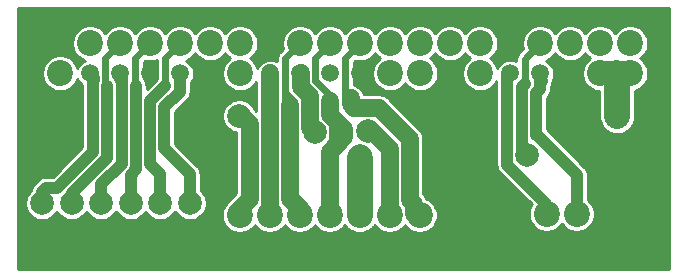
<source format=gbr>
%TF.GenerationSoftware,KiCad,Pcbnew,(5.1.6)-1*%
%TF.CreationDate,2025-02-09T10:47:56-05:00*%
%TF.ProjectId,test_mother_board,74657374-5f6d-46f7-9468-65725f626f61,rev?*%
%TF.SameCoordinates,PX623a7c0PY510ff40*%
%TF.FileFunction,Copper,L2,Bot*%
%TF.FilePolarity,Positive*%
%FSLAX46Y46*%
G04 Gerber Fmt 4.6, Leading zero omitted, Abs format (unit mm)*
G04 Created by KiCad (PCBNEW (5.1.6)-1) date 2025-02-09 10:47:56*
%MOMM*%
%LPD*%
G01*
G04 APERTURE LIST*
%TA.AperFunction,ComponentPad*%
%ADD10C,2.200000*%
%TD*%
%TA.AperFunction,ComponentPad*%
%ADD11C,1.500000*%
%TD*%
%TA.AperFunction,ViaPad*%
%ADD12C,2.000000*%
%TD*%
%TA.AperFunction,Conductor*%
%ADD13C,1.500000*%
%TD*%
%TA.AperFunction,Conductor*%
%ADD14C,2.000000*%
%TD*%
%TA.AperFunction,Conductor*%
%ADD15C,2.200000*%
%TD*%
%TA.AperFunction,Conductor*%
%ADD16C,0.600000*%
%TD*%
%TA.AperFunction,Conductor*%
%ADD17C,1.000000*%
%TD*%
%TA.AperFunction,Conductor*%
%ADD18C,0.250000*%
%TD*%
G04 APERTURE END LIST*
D10*
%TO.P,REF\u002A\u002A,3*%
%TO.N,T41_TX1*%
X45220000Y5100000D03*
%TO.P,REF\u002A\u002A,2*%
%TO.N,T41_RX1*%
X47760000Y5100000D03*
%TO.P,REF\u002A\u002A,1*%
%TO.N,GND*%
X50300000Y5100000D03*
%TD*%
%TO.P,J7,1*%
%TO.N,Net-(J7-Pad1)*%
X52300000Y19540000D03*
%TO.P,J7,2*%
%TO.N,+5V*%
X52300000Y17000000D03*
%TO.P,J7,3*%
%TO.N,Net-(J7-Pad3)*%
X49760000Y19540000D03*
%TO.P,J7,4*%
%TO.N,+5V*%
X49760000Y17000000D03*
%TO.P,J7,5*%
%TO.N,Net-(J7-Pad5)*%
X47220000Y19540000D03*
%TO.P,J7,6*%
%TO.N,GND*%
X47220000Y17000000D03*
%TO.P,J7,7*%
%TO.N,RPI_LCD_DC*%
X44680000Y19540000D03*
D11*
%TO.P,J7,8*%
%TO.N,T41_RX1*%
X44680000Y17000000D03*
D10*
%TO.P,J7,9*%
%TO.N,GND*%
X42140000Y19540000D03*
D11*
%TO.P,J7,10*%
%TO.N,T41_TX1*%
X42140000Y17000000D03*
D10*
%TO.P,J7,11*%
%TO.N,Net-(J7-Pad11)*%
X39600000Y19540000D03*
%TO.P,J7,12*%
%TO.N,I2S_BCLK*%
X39600000Y17000000D03*
%TO.P,J7,13*%
%TO.N,Net-(J7-Pad13)*%
X37060000Y19540000D03*
%TO.P,J7,14*%
%TO.N,GND*%
X37060000Y17000000D03*
%TO.P,J7,15*%
%TO.N,Net-(J7-Pad15)*%
X34520000Y19540000D03*
%TO.P,J7,16*%
%TO.N,Net-(J7-Pad16)*%
X34520000Y17000000D03*
%TO.P,J7,17*%
%TO.N,Net-(J7-Pad17)*%
X31980000Y19540000D03*
%TO.P,J7,18*%
%TO.N,Net-(J7-Pad18)*%
X31980000Y17000000D03*
%TO.P,J7,19*%
%TO.N,RPI_MOSI*%
X29440000Y19540000D03*
D11*
%TO.P,J7,20*%
%TO.N,GND*%
X29440000Y17000000D03*
D10*
%TO.P,J7,21*%
%TO.N,RPI_MISO*%
X26900000Y19540000D03*
D11*
%TO.P,J7,22*%
%TO.N,Net-(J7-Pad22)*%
X26900000Y17000000D03*
D10*
%TO.P,J7,23*%
%TO.N,RPI_SCLK*%
X24360000Y19540000D03*
D11*
%TO.P,J7,24*%
%TO.N,RPI_LCD_CS*%
X24360000Y17000000D03*
D10*
%TO.P,J7,25*%
%TO.N,GND*%
X21820000Y19540000D03*
D11*
%TO.P,J7,26*%
%TO.N,RPI_T_CS*%
X21820000Y17000000D03*
D10*
%TO.P,J7,27*%
%TO.N,Net-(J7-Pad27)*%
X19280000Y19540000D03*
%TO.P,J7,28*%
%TO.N,Net-(J7-Pad28)*%
X19280000Y17000000D03*
%TO.P,J7,29*%
%TO.N,Net-(J7-Pad29)*%
X16740000Y19540000D03*
%TO.P,J7,30*%
%TO.N,GND*%
X16740000Y17000000D03*
%TO.P,J7,31*%
%TO.N,LED_RPI_BUSY*%
X14200000Y19540000D03*
D11*
%TO.P,J7,32*%
%TO.N,RPI_READY*%
X14200000Y17000000D03*
D10*
%TO.P,J7,33*%
%TO.N,LED_RPI_I2S_RX*%
X11660000Y19540000D03*
D11*
%TO.P,J7,34*%
%TO.N,GND*%
X11660000Y17000000D03*
D10*
%TO.P,J7,35*%
%TO.N,I2S_FCLK*%
X9120000Y19540000D03*
D11*
%TO.P,J7,36*%
%TO.N,LED_RPI_I2S_TX*%
X9120000Y17000000D03*
D10*
%TO.P,J7,37*%
%TO.N,Net-(J7-Pad37)*%
X6580000Y19540000D03*
D11*
%TO.P,J7,38*%
%TO.N,I2S_TXB*%
X6580000Y17000000D03*
D10*
%TO.P,J7,39*%
%TO.N,GND*%
X4040000Y19540000D03*
%TO.P,J7,40*%
%TO.N,I2S_RXB*%
X4040000Y17000000D03*
%TD*%
%TO.P,J4,8*%
%TO.N,+5V*%
X19220000Y5000000D03*
%TO.P,J4,7*%
%TO.N,RPI_T_CS*%
X21760000Y5000000D03*
%TO.P,J4,6*%
%TO.N,RPI_SCLK*%
X24300000Y5000000D03*
%TO.P,J4,5*%
%TO.N,RPI_MISO*%
X26840000Y5000000D03*
%TO.P,J4,4*%
%TO.N,RPI_LCD_DC*%
X29380000Y5000000D03*
%TO.P,J4,3*%
%TO.N,RPI_LCD_CS*%
X31920000Y5000000D03*
%TO.P,J4,2*%
%TO.N,RPI_MOSI*%
X34460000Y5000000D03*
%TO.P,J4,1*%
%TO.N,GND*%
X37000000Y5000000D03*
%TD*%
D12*
%TO.N,+5V*%
X51200000Y13400000D03*
X19200000Y13400000D03*
%TO.N,RPI_LCD_DC*%
X43600000Y10100000D03*
X29380000Y10020000D03*
%TO.N,RPI_LCD_CS*%
X25600000Y12000000D03*
X30100000Y12100000D03*
%TO.N,LED_RPI_BUSY*%
X12500000Y6000000D03*
%TO.N,RPI_READY*%
X15000000Y6000000D03*
%TO.N,LED_RPI_I2S_RX*%
X10000000Y6000000D03*
%TO.N,I2S_FCLK*%
X5000000Y6000000D03*
%TO.N,LED_RPI_I2S_TX*%
X7500000Y6000000D03*
%TO.N,I2S_TXB*%
X2500000Y6000000D03*
%TD*%
D13*
%TO.N,+5V*%
X19200000Y13400000D02*
X19200000Y13400000D01*
X19200000Y13400000D02*
X19200000Y13400000D01*
D14*
X51200000Y17000000D02*
X49800000Y17000000D01*
X52300000Y17000000D02*
X51200000Y17000000D01*
D15*
X51200000Y13400000D02*
X51200000Y17000000D01*
D13*
X19400000Y13400000D02*
X20099980Y12700020D01*
X19200000Y13400000D02*
X19400000Y13400000D01*
X20099980Y6373982D02*
X19200000Y5474002D01*
X20099980Y12700020D02*
X20099980Y6373982D01*
X19200000Y5474002D02*
X19200000Y4800000D01*
%TO.N,RPI_T_CS*%
X21820000Y4980000D02*
X21900000Y4900000D01*
X21799990Y16979990D02*
X21799990Y5000010D01*
X21820000Y17000000D02*
X21799990Y16979990D01*
D16*
%TO.N,RPI_SCLK*%
X24360000Y19540000D02*
X23109999Y18289999D01*
D13*
X24300000Y5600000D02*
X23520010Y6379990D01*
X24300000Y5000000D02*
X24300000Y5600000D01*
X23500000Y13500000D02*
X23500000Y14300000D01*
X23520010Y11979990D02*
X23520010Y13500000D01*
X23520010Y11979990D02*
X23520010Y12800000D01*
X23520010Y6379990D02*
X23520010Y11979990D01*
D16*
X23109999Y15390001D02*
X23109999Y14709999D01*
X23109999Y18289999D02*
X23109999Y15390001D01*
X23500000Y15014436D02*
X23500000Y14300000D01*
X23149979Y15364457D02*
X23500000Y15014436D01*
%TO.N,RPI_MISO*%
X26900000Y19540000D02*
X25649999Y18289999D01*
X25649999Y16399999D02*
X26900000Y15149998D01*
X25649999Y18289999D02*
X25649999Y16399999D01*
X26900000Y15149998D02*
X26900000Y14700000D01*
D13*
X26840000Y10353998D02*
X28100000Y11613998D01*
X26920030Y13479970D02*
X26920030Y14679970D01*
X28100000Y11613998D02*
X28100000Y12300000D01*
X26920030Y14679970D02*
X26900000Y14700000D01*
X28100000Y12300000D02*
X26920030Y13479970D01*
X27600000Y12340000D02*
X27600000Y11620000D01*
X26840000Y10353998D02*
X26840000Y5060000D01*
D16*
%TO.N,RPI_LCD_DC*%
X44680000Y19540000D02*
X43390001Y18250001D01*
X43390001Y18250001D02*
X43390001Y16090001D01*
D15*
X29380000Y5000000D02*
X29380000Y9799999D01*
D17*
X43100009Y10599991D02*
X43600000Y10100000D01*
X43393001Y16106999D02*
X43100009Y15814007D01*
X43100009Y15814007D02*
X43100009Y10599991D01*
D13*
%TO.N,RPI_LCD_CS*%
X25220020Y13504167D02*
X25220020Y13975804D01*
X25199991Y15082227D02*
X24399989Y15882228D01*
X25199991Y13995833D02*
X25199991Y15082227D01*
X24399989Y15882228D02*
X24399989Y17000000D01*
X25220020Y12379980D02*
X25600000Y12000000D01*
X25220020Y13975804D02*
X25220020Y12379980D01*
X25199991Y13995833D02*
X25220020Y13975804D01*
X31920000Y5000000D02*
X31920000Y10580000D01*
X31920000Y10580000D02*
X30500000Y12000000D01*
D16*
%TO.N,RPI_MOSI*%
X28189999Y18289999D02*
X28189999Y14910001D01*
X29440000Y19540000D02*
X28189999Y18289999D01*
D13*
X28950001Y14050001D02*
X28620040Y14379962D01*
X31036001Y14050001D02*
X28950001Y14050001D01*
X33620010Y11465992D02*
X31036001Y14050001D01*
X34100000Y5000000D02*
X33970001Y5129999D01*
X33970001Y5129999D02*
X33970001Y5929999D01*
X33970001Y5929999D02*
X33620010Y6279990D01*
X28620040Y14379962D02*
X28620040Y14910001D01*
X34460000Y5000000D02*
X34100000Y5000000D01*
X33620010Y6279990D02*
X33620010Y11465992D01*
%TO.N,I2S_BCLK*%
X39600000Y17000000D02*
X39600000Y16800000D01*
D16*
%TO.N,LED_RPI_BUSY*%
X12949999Y18289999D02*
X12949999Y15950001D01*
X14200000Y19540000D02*
X12949999Y18289999D01*
D17*
X11630040Y14630042D02*
X12949999Y15950001D01*
X11630040Y11130040D02*
X11630040Y14630042D01*
X11630040Y11130040D02*
X11630040Y9369960D01*
X11630040Y9369960D02*
X12500000Y8500000D01*
X12500000Y8500000D02*
X12500000Y6000000D01*
X12500000Y6000000D02*
X12500000Y6000000D01*
%TO.N,RPI_READY*%
X14150008Y16250008D02*
X14150008Y15452940D01*
X14200000Y17000000D02*
X14200000Y16300000D01*
X14200000Y16300000D02*
X14150008Y16250008D01*
X14150008Y15452940D02*
X12830050Y14132982D01*
X12830050Y14132982D02*
X12830050Y11000000D01*
X12830050Y11000000D02*
X12830050Y10969950D01*
X14500000Y6000000D02*
X14500000Y6000000D01*
X15000000Y8500000D02*
X15000000Y6000000D01*
X12830050Y11000000D02*
X12830050Y10669950D01*
X12830050Y10669950D02*
X15000000Y8500000D01*
D16*
%TO.N,LED_RPI_I2S_RX*%
X10409999Y18289999D02*
X10409999Y15909999D01*
X11660000Y19540000D02*
X10409999Y18289999D01*
D17*
X10430030Y10930030D02*
X10430030Y15909999D01*
X10430030Y10930030D02*
X10430030Y9500000D01*
X10430030Y9500000D02*
X10430030Y9430030D01*
X10430030Y8872900D02*
X10000000Y8442870D01*
X10430030Y9430030D02*
X10430030Y8872900D01*
X10000000Y8442870D02*
X10000000Y6000000D01*
X10000000Y6000000D02*
X10000000Y6000000D01*
D16*
%TO.N,I2S_FCLK*%
X7869999Y18289999D02*
X7869999Y15830001D01*
X9120000Y19540000D02*
X7869999Y18289999D01*
D17*
X8030010Y15338727D02*
X8030010Y15943988D01*
X8030010Y11030010D02*
X8030010Y15338727D01*
X8030010Y9867020D02*
X5000000Y6837010D01*
X8030010Y11030010D02*
X8030010Y9867020D01*
X5000000Y6837010D02*
X5000000Y6000000D01*
X5000000Y6000000D02*
X5000000Y6000000D01*
%TO.N,LED_RPI_I2S_TX*%
X9120000Y16551068D02*
X9120000Y17000000D01*
X9230020Y16441048D02*
X9120000Y16551068D01*
X7500000Y7639940D02*
X9230020Y9369960D01*
X9230020Y9369960D02*
X9230020Y16441048D01*
X7500000Y6000000D02*
X7500000Y6000000D01*
X7500000Y6000000D02*
X7500000Y7639940D01*
%TO.N,I2S_TXB*%
X6580000Y16920000D02*
X6869989Y16630011D01*
X6580000Y17000000D02*
X6580000Y16920000D01*
X6869989Y16481037D02*
X6830000Y16441048D01*
X6869989Y16630011D02*
X6869989Y16481037D01*
X6830000Y10364080D02*
X4465920Y8000000D01*
X6830000Y16441048D02*
X6830000Y10364080D01*
X3799991Y7334071D02*
X2834071Y7334071D01*
X4465920Y8000000D02*
X3799991Y7334071D01*
X2834071Y7334071D02*
X2500000Y7000000D01*
X2500000Y7000000D02*
X2500000Y6000000D01*
X2500000Y6000000D02*
X2500000Y6000000D01*
D13*
%TO.N,I2S_RXB*%
X4040000Y16840000D02*
X3900000Y16700000D01*
X4040000Y17000000D02*
X4040000Y16840000D01*
D17*
%TO.N,T41_RX1*%
X44680000Y16497072D02*
X44800010Y16377062D01*
X44680000Y17000000D02*
X44680000Y16497072D01*
X44680000Y17000000D02*
X44680000Y15696928D01*
X44300019Y15316947D02*
X44300019Y15250001D01*
X44680000Y15696928D02*
X44300019Y15316947D01*
X44300019Y15316947D02*
X44300019Y11800001D01*
X44416001Y11800001D02*
X47800000Y8416002D01*
X44300019Y11800001D02*
X44416001Y11800001D01*
X47800000Y8416002D02*
X47800000Y4900000D01*
%TO.N,T41_TX1*%
X41899999Y15250001D02*
X41899999Y16699999D01*
X41899999Y15250001D02*
X41899999Y15799999D01*
X41899999Y9283999D02*
X45200000Y5983998D01*
X41899999Y15250001D02*
X41899999Y9283999D01*
X45200000Y5983998D02*
X45200000Y5100000D01*
%TD*%
D18*
%TO.N,GND*%
G36*
X55550000Y450000D02*
G01*
X450000Y450000D01*
X450000Y6140350D01*
X1075000Y6140350D01*
X1075000Y5859650D01*
X1129762Y5584343D01*
X1237181Y5325009D01*
X1393130Y5091615D01*
X1591615Y4893130D01*
X1825009Y4737181D01*
X2084343Y4629762D01*
X2359650Y4575000D01*
X2640350Y4575000D01*
X2915657Y4629762D01*
X3174991Y4737181D01*
X3408385Y4893130D01*
X3606870Y5091615D01*
X3750000Y5305824D01*
X3893130Y5091615D01*
X4091615Y4893130D01*
X4325009Y4737181D01*
X4584343Y4629762D01*
X4859650Y4575000D01*
X5140350Y4575000D01*
X5415657Y4629762D01*
X5674991Y4737181D01*
X5908385Y4893130D01*
X6106870Y5091615D01*
X6250000Y5305824D01*
X6393130Y5091615D01*
X6591615Y4893130D01*
X6825009Y4737181D01*
X7084343Y4629762D01*
X7359650Y4575000D01*
X7640350Y4575000D01*
X7915657Y4629762D01*
X8174991Y4737181D01*
X8408385Y4893130D01*
X8606870Y5091615D01*
X8750000Y5305824D01*
X8893130Y5091615D01*
X9091615Y4893130D01*
X9325009Y4737181D01*
X9584343Y4629762D01*
X9859650Y4575000D01*
X10140350Y4575000D01*
X10415657Y4629762D01*
X10674991Y4737181D01*
X10908385Y4893130D01*
X11106870Y5091615D01*
X11250000Y5305824D01*
X11393130Y5091615D01*
X11591615Y4893130D01*
X11825009Y4737181D01*
X12084343Y4629762D01*
X12359650Y4575000D01*
X12640350Y4575000D01*
X12915657Y4629762D01*
X13174991Y4737181D01*
X13408385Y4893130D01*
X13606870Y5091615D01*
X13750000Y5305824D01*
X13893130Y5091615D01*
X14091615Y4893130D01*
X14325009Y4737181D01*
X14584343Y4629762D01*
X14859650Y4575000D01*
X15140350Y4575000D01*
X15415657Y4629762D01*
X15674991Y4737181D01*
X15908385Y4893130D01*
X16106870Y5091615D01*
X16262819Y5325009D01*
X16370238Y5584343D01*
X16425000Y5859650D01*
X16425000Y6140350D01*
X16370238Y6415657D01*
X16262819Y6674991D01*
X16106870Y6908385D01*
X15925000Y7090255D01*
X15925000Y8454566D01*
X15929475Y8500000D01*
X15911615Y8681331D01*
X15888607Y8757181D01*
X15858723Y8855695D01*
X15772830Y9016389D01*
X15708980Y9094190D01*
X15686201Y9121947D01*
X15686199Y9121949D01*
X15657238Y9157238D01*
X15621950Y9186198D01*
X13755050Y11053097D01*
X13755050Y13749835D01*
X14771957Y14766741D01*
X14807246Y14795702D01*
X14842128Y14838205D01*
X14897611Y14905812D01*
X14922838Y14936551D01*
X15008731Y15097245D01*
X15061623Y15271608D01*
X15075008Y15407505D01*
X15075008Y15407506D01*
X15079483Y15452940D01*
X15075008Y15498374D01*
X15075008Y15997990D01*
X15111615Y16118668D01*
X15125000Y16254565D01*
X15125000Y16254573D01*
X15126715Y16271983D01*
X15241271Y16443429D01*
X15329845Y16657265D01*
X15375000Y16884273D01*
X15375000Y17115727D01*
X15329845Y17342735D01*
X15241271Y17556571D01*
X15112682Y17749019D01*
X14949019Y17912682D01*
X14756571Y18041271D01*
X14661668Y18080581D01*
X14922358Y18188562D01*
X15172131Y18355455D01*
X15384545Y18567869D01*
X15470000Y18695761D01*
X15555455Y18567869D01*
X15767869Y18355455D01*
X16017642Y18188562D01*
X16295174Y18073605D01*
X16589801Y18015000D01*
X16890199Y18015000D01*
X17184826Y18073605D01*
X17462358Y18188562D01*
X17712131Y18355455D01*
X17924545Y18567869D01*
X18010000Y18695761D01*
X18095455Y18567869D01*
X18307869Y18355455D01*
X18435761Y18270000D01*
X18307869Y18184545D01*
X18095455Y17972131D01*
X17928562Y17722358D01*
X17813605Y17444826D01*
X17755000Y17150199D01*
X17755000Y16849801D01*
X17813605Y16555174D01*
X17928562Y16277642D01*
X18095455Y16027869D01*
X18307869Y15815455D01*
X18557642Y15648562D01*
X18835174Y15533605D01*
X19129801Y15475000D01*
X19430199Y15475000D01*
X19724826Y15533605D01*
X20002358Y15648562D01*
X20252131Y15815455D01*
X20464545Y16027869D01*
X20624990Y16267992D01*
X20624990Y13836710D01*
X20516636Y13945064D01*
X20462819Y14074991D01*
X20306870Y14308385D01*
X20108385Y14506870D01*
X19874991Y14662819D01*
X19615657Y14770238D01*
X19340350Y14825000D01*
X19059650Y14825000D01*
X18784343Y14770238D01*
X18525009Y14662819D01*
X18291615Y14506870D01*
X18093130Y14308385D01*
X17937181Y14074991D01*
X17829762Y13815657D01*
X17775000Y13540350D01*
X17775000Y13259650D01*
X17829762Y12984343D01*
X17937181Y12725009D01*
X18093130Y12491615D01*
X18291615Y12293130D01*
X18525009Y12137181D01*
X18784343Y12029762D01*
X18924980Y12001788D01*
X18924981Y6860684D01*
X18409966Y6345668D01*
X18365130Y6308872D01*
X18281587Y6207075D01*
X18247869Y6184545D01*
X18035455Y5972131D01*
X17868562Y5722358D01*
X17753605Y5444826D01*
X17695000Y5150199D01*
X17695000Y4849801D01*
X17753605Y4555174D01*
X17868562Y4277642D01*
X18035455Y4027869D01*
X18247869Y3815455D01*
X18497642Y3648562D01*
X18775174Y3533605D01*
X19069801Y3475000D01*
X19370199Y3475000D01*
X19664826Y3533605D01*
X19942358Y3648562D01*
X20192131Y3815455D01*
X20404545Y4027869D01*
X20490000Y4155761D01*
X20575455Y4027869D01*
X20787869Y3815455D01*
X21037642Y3648562D01*
X21315174Y3533605D01*
X21609801Y3475000D01*
X21910199Y3475000D01*
X22204826Y3533605D01*
X22482358Y3648562D01*
X22732131Y3815455D01*
X22944545Y4027869D01*
X23030000Y4155761D01*
X23115455Y4027869D01*
X23327869Y3815455D01*
X23577642Y3648562D01*
X23855174Y3533605D01*
X24149801Y3475000D01*
X24450199Y3475000D01*
X24744826Y3533605D01*
X25022358Y3648562D01*
X25272131Y3815455D01*
X25484545Y4027869D01*
X25570000Y4155761D01*
X25655455Y4027869D01*
X25867869Y3815455D01*
X26117642Y3648562D01*
X26395174Y3533605D01*
X26689801Y3475000D01*
X26990199Y3475000D01*
X27284826Y3533605D01*
X27562358Y3648562D01*
X27812131Y3815455D01*
X28024545Y4027869D01*
X28105598Y4149173D01*
X28105874Y4148657D01*
X28153625Y4090472D01*
X28195455Y4027869D01*
X28248694Y3974630D01*
X28296445Y3916445D01*
X28354632Y3868692D01*
X28407869Y3815455D01*
X28470468Y3773627D01*
X28528656Y3725874D01*
X28595042Y3690390D01*
X28657642Y3648562D01*
X28727198Y3619751D01*
X28793584Y3584267D01*
X28865619Y3562415D01*
X28935174Y3533605D01*
X29009013Y3518917D01*
X29081048Y3497066D01*
X29155960Y3489688D01*
X29229801Y3475000D01*
X29305089Y3475000D01*
X29380000Y3467622D01*
X29454910Y3475000D01*
X29530199Y3475000D01*
X29604040Y3489688D01*
X29678951Y3497066D01*
X29750984Y3518917D01*
X29824826Y3533605D01*
X29894384Y3562417D01*
X29966415Y3584267D01*
X30032798Y3619749D01*
X30102358Y3648562D01*
X30164962Y3690392D01*
X30231343Y3725874D01*
X30289528Y3773625D01*
X30352131Y3815455D01*
X30405370Y3868694D01*
X30463555Y3916445D01*
X30511308Y3974632D01*
X30564545Y4027869D01*
X30606373Y4090468D01*
X30654126Y4148656D01*
X30654402Y4149173D01*
X30735455Y4027869D01*
X30947869Y3815455D01*
X31197642Y3648562D01*
X31475174Y3533605D01*
X31769801Y3475000D01*
X32070199Y3475000D01*
X32364826Y3533605D01*
X32642358Y3648562D01*
X32892131Y3815455D01*
X33104545Y4027869D01*
X33190000Y4155761D01*
X33275455Y4027869D01*
X33487869Y3815455D01*
X33737642Y3648562D01*
X34015174Y3533605D01*
X34309801Y3475000D01*
X34610199Y3475000D01*
X34904826Y3533605D01*
X35182358Y3648562D01*
X35432131Y3815455D01*
X35644545Y4027869D01*
X35811438Y4277642D01*
X35926395Y4555174D01*
X35985000Y4849801D01*
X35985000Y5150199D01*
X35926395Y5444826D01*
X35811438Y5722358D01*
X35644545Y5972131D01*
X35432131Y6184545D01*
X35182358Y6351438D01*
X35047112Y6407458D01*
X34951705Y6585952D01*
X34804871Y6764869D01*
X34795010Y6772962D01*
X34795010Y11408280D01*
X34800694Y11465992D01*
X34795010Y11523704D01*
X34795010Y11523712D01*
X34778008Y11696332D01*
X34761835Y11749650D01*
X34710821Y11917821D01*
X34680258Y11975000D01*
X34601714Y12121945D01*
X34454880Y12300862D01*
X34410043Y12337659D01*
X31907665Y14840037D01*
X31870871Y14884871D01*
X31691954Y15031705D01*
X31487830Y15140812D01*
X31266341Y15207999D01*
X31093721Y15225001D01*
X31093713Y15225001D01*
X31036001Y15230685D01*
X30978289Y15225001D01*
X29752357Y15225001D01*
X29710851Y15361829D01*
X29601744Y15565954D01*
X29454910Y15744871D01*
X29275993Y15891705D01*
X29071869Y16000812D01*
X28914999Y16048397D01*
X28914999Y17989695D01*
X28998290Y18072985D01*
X29289801Y18015000D01*
X29590199Y18015000D01*
X29884826Y18073605D01*
X30162358Y18188562D01*
X30412131Y18355455D01*
X30624545Y18567869D01*
X30710000Y18695761D01*
X30795455Y18567869D01*
X31007869Y18355455D01*
X31135761Y18270000D01*
X31007869Y18184545D01*
X30795455Y17972131D01*
X30628562Y17722358D01*
X30513605Y17444826D01*
X30455000Y17150199D01*
X30455000Y16849801D01*
X30513605Y16555174D01*
X30628562Y16277642D01*
X30795455Y16027869D01*
X31007869Y15815455D01*
X31257642Y15648562D01*
X31535174Y15533605D01*
X31829801Y15475000D01*
X32130199Y15475000D01*
X32424826Y15533605D01*
X32702358Y15648562D01*
X32952131Y15815455D01*
X33164545Y16027869D01*
X33250000Y16155761D01*
X33335455Y16027869D01*
X33547869Y15815455D01*
X33797642Y15648562D01*
X34075174Y15533605D01*
X34369801Y15475000D01*
X34670199Y15475000D01*
X34964826Y15533605D01*
X35242358Y15648562D01*
X35492131Y15815455D01*
X35704545Y16027869D01*
X35871438Y16277642D01*
X35986395Y16555174D01*
X36045000Y16849801D01*
X36045000Y17150199D01*
X35986395Y17444826D01*
X35871438Y17722358D01*
X35704545Y17972131D01*
X35492131Y18184545D01*
X35364239Y18270000D01*
X35492131Y18355455D01*
X35704545Y18567869D01*
X35790000Y18695761D01*
X35875455Y18567869D01*
X36087869Y18355455D01*
X36337642Y18188562D01*
X36615174Y18073605D01*
X36909801Y18015000D01*
X37210199Y18015000D01*
X37504826Y18073605D01*
X37782358Y18188562D01*
X38032131Y18355455D01*
X38244545Y18567869D01*
X38330000Y18695761D01*
X38415455Y18567869D01*
X38627869Y18355455D01*
X38755761Y18270000D01*
X38627869Y18184545D01*
X38415455Y17972131D01*
X38248562Y17722358D01*
X38133605Y17444826D01*
X38075000Y17150199D01*
X38075000Y16849801D01*
X38133605Y16555174D01*
X38248562Y16277642D01*
X38415455Y16027869D01*
X38627869Y15815455D01*
X38877642Y15648562D01*
X39155174Y15533605D01*
X39449801Y15475000D01*
X39750199Y15475000D01*
X40044826Y15533605D01*
X40322358Y15648562D01*
X40572131Y15815455D01*
X40784545Y16027869D01*
X40951438Y16277642D01*
X40975000Y16334525D01*
X40974999Y15845438D01*
X40974999Y15295435D01*
X40975000Y9329436D01*
X40970525Y9283999D01*
X40988384Y9102668D01*
X41041276Y8928305D01*
X41127169Y8767611D01*
X41213798Y8662053D01*
X41213801Y8662050D01*
X41242762Y8626761D01*
X41278051Y8597800D01*
X43942635Y5933216D01*
X43868562Y5822358D01*
X43753605Y5544826D01*
X43695000Y5250199D01*
X43695000Y4949801D01*
X43753605Y4655174D01*
X43868562Y4377642D01*
X44035455Y4127869D01*
X44247869Y3915455D01*
X44497642Y3748562D01*
X44775174Y3633605D01*
X45069801Y3575000D01*
X45370199Y3575000D01*
X45664826Y3633605D01*
X45942358Y3748562D01*
X46192131Y3915455D01*
X46404545Y4127869D01*
X46490000Y4255761D01*
X46575455Y4127869D01*
X46787869Y3915455D01*
X47037642Y3748562D01*
X47315174Y3633605D01*
X47609801Y3575000D01*
X47910199Y3575000D01*
X48204826Y3633605D01*
X48482358Y3748562D01*
X48732131Y3915455D01*
X48944545Y4127869D01*
X49111438Y4377642D01*
X49226395Y4655174D01*
X49285000Y4949801D01*
X49285000Y5250199D01*
X49226395Y5544826D01*
X49111438Y5822358D01*
X48944545Y6072131D01*
X48732131Y6284545D01*
X48725000Y6289310D01*
X48725000Y8370576D01*
X48729474Y8416003D01*
X48725000Y8461430D01*
X48725000Y8461437D01*
X48711615Y8597334D01*
X48658723Y8771697D01*
X48572830Y8932391D01*
X48457238Y9073240D01*
X48421945Y9102204D01*
X45225019Y12299130D01*
X45225019Y14933801D01*
X45301939Y15010721D01*
X45337238Y15039690D01*
X45452830Y15180539D01*
X45538723Y15341233D01*
X45591615Y15515596D01*
X45605000Y15651493D01*
X45605000Y15651500D01*
X45609474Y15696927D01*
X45605000Y15742354D01*
X45605000Y15920841D01*
X45658733Y16021368D01*
X45711625Y16195731D01*
X45729485Y16377062D01*
X45722626Y16446700D01*
X45809845Y16657265D01*
X45855000Y16884273D01*
X45855000Y17115727D01*
X45809845Y17342735D01*
X45721271Y17556571D01*
X45592682Y17749019D01*
X45429019Y17912682D01*
X45236571Y18041271D01*
X45141668Y18080581D01*
X45402358Y18188562D01*
X45652131Y18355455D01*
X45864545Y18567869D01*
X45950000Y18695761D01*
X46035455Y18567869D01*
X46247869Y18355455D01*
X46497642Y18188562D01*
X46775174Y18073605D01*
X47069801Y18015000D01*
X47370199Y18015000D01*
X47664826Y18073605D01*
X47942358Y18188562D01*
X48192131Y18355455D01*
X48404545Y18567869D01*
X48490000Y18695761D01*
X48575455Y18567869D01*
X48787869Y18355455D01*
X48915761Y18270000D01*
X48787869Y18184545D01*
X48575455Y17972131D01*
X48408562Y17722358D01*
X48293605Y17444826D01*
X48235000Y17150199D01*
X48235000Y16849801D01*
X48293605Y16555174D01*
X48408562Y16277642D01*
X48575455Y16027869D01*
X48787869Y15815455D01*
X49037642Y15648562D01*
X49315174Y15533605D01*
X49609801Y15475000D01*
X49675001Y15475000D01*
X49675000Y13325090D01*
X49697066Y13101049D01*
X49784267Y12813585D01*
X49925874Y12548657D01*
X50116445Y12316445D01*
X50348656Y12125874D01*
X50613584Y11984267D01*
X50901048Y11897066D01*
X51200000Y11867622D01*
X51498951Y11897066D01*
X51786415Y11984267D01*
X52051343Y12125874D01*
X52283555Y12316445D01*
X52474126Y12548656D01*
X52615733Y12813584D01*
X52702934Y13101048D01*
X52725000Y13325089D01*
X52725000Y15529661D01*
X52744826Y15533605D01*
X53022358Y15648562D01*
X53272131Y15815455D01*
X53484545Y16027869D01*
X53651438Y16277642D01*
X53766395Y16555174D01*
X53825000Y16849801D01*
X53825000Y17150199D01*
X53766395Y17444826D01*
X53651438Y17722358D01*
X53484545Y17972131D01*
X53272131Y18184545D01*
X53144239Y18270000D01*
X53272131Y18355455D01*
X53484545Y18567869D01*
X53651438Y18817642D01*
X53766395Y19095174D01*
X53825000Y19389801D01*
X53825000Y19690199D01*
X53766395Y19984826D01*
X53651438Y20262358D01*
X53484545Y20512131D01*
X53272131Y20724545D01*
X53022358Y20891438D01*
X52744826Y21006395D01*
X52450199Y21065000D01*
X52149801Y21065000D01*
X51855174Y21006395D01*
X51577642Y20891438D01*
X51327869Y20724545D01*
X51115455Y20512131D01*
X51030000Y20384239D01*
X50944545Y20512131D01*
X50732131Y20724545D01*
X50482358Y20891438D01*
X50204826Y21006395D01*
X49910199Y21065000D01*
X49609801Y21065000D01*
X49315174Y21006395D01*
X49037642Y20891438D01*
X48787869Y20724545D01*
X48575455Y20512131D01*
X48490000Y20384239D01*
X48404545Y20512131D01*
X48192131Y20724545D01*
X47942358Y20891438D01*
X47664826Y21006395D01*
X47370199Y21065000D01*
X47069801Y21065000D01*
X46775174Y21006395D01*
X46497642Y20891438D01*
X46247869Y20724545D01*
X46035455Y20512131D01*
X45950000Y20384239D01*
X45864545Y20512131D01*
X45652131Y20724545D01*
X45402358Y20891438D01*
X45124826Y21006395D01*
X44830199Y21065000D01*
X44529801Y21065000D01*
X44235174Y21006395D01*
X43957642Y20891438D01*
X43707869Y20724545D01*
X43495455Y20512131D01*
X43328562Y20262358D01*
X43213605Y19984826D01*
X43155000Y19690199D01*
X43155000Y19389801D01*
X43212985Y19098290D01*
X42902525Y18787829D01*
X42874869Y18765132D01*
X42852173Y18737477D01*
X42852171Y18737475D01*
X42784271Y18654738D01*
X42784270Y18654737D01*
X42716948Y18528788D01*
X42675492Y18392125D01*
X42665001Y18285607D01*
X42665001Y18285598D01*
X42661495Y18250001D01*
X42665001Y18214404D01*
X42665001Y18054348D01*
X42482735Y18129845D01*
X42255727Y18175000D01*
X42024273Y18175000D01*
X41797265Y18129845D01*
X41583429Y18041271D01*
X41390981Y17912682D01*
X41227318Y17749019D01*
X41098729Y17556571D01*
X41059419Y17461668D01*
X40951438Y17722358D01*
X40784545Y17972131D01*
X40572131Y18184545D01*
X40444239Y18270000D01*
X40572131Y18355455D01*
X40784545Y18567869D01*
X40951438Y18817642D01*
X41066395Y19095174D01*
X41125000Y19389801D01*
X41125000Y19690199D01*
X41066395Y19984826D01*
X40951438Y20262358D01*
X40784545Y20512131D01*
X40572131Y20724545D01*
X40322358Y20891438D01*
X40044826Y21006395D01*
X39750199Y21065000D01*
X39449801Y21065000D01*
X39155174Y21006395D01*
X38877642Y20891438D01*
X38627869Y20724545D01*
X38415455Y20512131D01*
X38330000Y20384239D01*
X38244545Y20512131D01*
X38032131Y20724545D01*
X37782358Y20891438D01*
X37504826Y21006395D01*
X37210199Y21065000D01*
X36909801Y21065000D01*
X36615174Y21006395D01*
X36337642Y20891438D01*
X36087869Y20724545D01*
X35875455Y20512131D01*
X35790000Y20384239D01*
X35704545Y20512131D01*
X35492131Y20724545D01*
X35242358Y20891438D01*
X34964826Y21006395D01*
X34670199Y21065000D01*
X34369801Y21065000D01*
X34075174Y21006395D01*
X33797642Y20891438D01*
X33547869Y20724545D01*
X33335455Y20512131D01*
X33250000Y20384239D01*
X33164545Y20512131D01*
X32952131Y20724545D01*
X32702358Y20891438D01*
X32424826Y21006395D01*
X32130199Y21065000D01*
X31829801Y21065000D01*
X31535174Y21006395D01*
X31257642Y20891438D01*
X31007869Y20724545D01*
X30795455Y20512131D01*
X30710000Y20384239D01*
X30624545Y20512131D01*
X30412131Y20724545D01*
X30162358Y20891438D01*
X29884826Y21006395D01*
X29590199Y21065000D01*
X29289801Y21065000D01*
X28995174Y21006395D01*
X28717642Y20891438D01*
X28467869Y20724545D01*
X28255455Y20512131D01*
X28170000Y20384239D01*
X28084545Y20512131D01*
X27872131Y20724545D01*
X27622358Y20891438D01*
X27344826Y21006395D01*
X27050199Y21065000D01*
X26749801Y21065000D01*
X26455174Y21006395D01*
X26177642Y20891438D01*
X25927869Y20724545D01*
X25715455Y20512131D01*
X25630000Y20384239D01*
X25544545Y20512131D01*
X25332131Y20724545D01*
X25082358Y20891438D01*
X24804826Y21006395D01*
X24510199Y21065000D01*
X24209801Y21065000D01*
X23915174Y21006395D01*
X23637642Y20891438D01*
X23387869Y20724545D01*
X23175455Y20512131D01*
X23008562Y20262358D01*
X22893605Y19984826D01*
X22835000Y19690199D01*
X22835000Y19389801D01*
X22892985Y19098290D01*
X22622523Y18827827D01*
X22594867Y18805130D01*
X22504268Y18694735D01*
X22436946Y18568786D01*
X22395490Y18432123D01*
X22384999Y18325605D01*
X22384999Y18325596D01*
X22381493Y18289999D01*
X22384999Y18254402D01*
X22384999Y18035640D01*
X22376571Y18041271D01*
X22322973Y18063472D01*
X22271828Y18090810D01*
X22216330Y18107645D01*
X22162735Y18129845D01*
X22105840Y18141162D01*
X22050340Y18157998D01*
X21992624Y18163682D01*
X21935727Y18175000D01*
X21877711Y18175000D01*
X21819999Y18180684D01*
X21762287Y18175000D01*
X21704273Y18175000D01*
X21647377Y18163683D01*
X21589659Y18157998D01*
X21534158Y18141162D01*
X21477265Y18129845D01*
X21423671Y18107646D01*
X21368172Y18090810D01*
X21317026Y18063472D01*
X21263429Y18041271D01*
X21215189Y18009038D01*
X21164047Y17981702D01*
X21119222Y17944915D01*
X21070981Y17912682D01*
X21009951Y17851652D01*
X20965120Y17814860D01*
X20928329Y17770030D01*
X20907318Y17749019D01*
X20890810Y17724313D01*
X20818286Y17635942D01*
X20754383Y17516388D01*
X20733182Y17476725D01*
X20631438Y17722358D01*
X20464545Y17972131D01*
X20252131Y18184545D01*
X20124239Y18270000D01*
X20252131Y18355455D01*
X20464545Y18567869D01*
X20631438Y18817642D01*
X20746395Y19095174D01*
X20805000Y19389801D01*
X20805000Y19690199D01*
X20746395Y19984826D01*
X20631438Y20262358D01*
X20464545Y20512131D01*
X20252131Y20724545D01*
X20002358Y20891438D01*
X19724826Y21006395D01*
X19430199Y21065000D01*
X19129801Y21065000D01*
X18835174Y21006395D01*
X18557642Y20891438D01*
X18307869Y20724545D01*
X18095455Y20512131D01*
X18010000Y20384239D01*
X17924545Y20512131D01*
X17712131Y20724545D01*
X17462358Y20891438D01*
X17184826Y21006395D01*
X16890199Y21065000D01*
X16589801Y21065000D01*
X16295174Y21006395D01*
X16017642Y20891438D01*
X15767869Y20724545D01*
X15555455Y20512131D01*
X15470000Y20384239D01*
X15384545Y20512131D01*
X15172131Y20724545D01*
X14922358Y20891438D01*
X14644826Y21006395D01*
X14350199Y21065000D01*
X14049801Y21065000D01*
X13755174Y21006395D01*
X13477642Y20891438D01*
X13227869Y20724545D01*
X13015455Y20512131D01*
X12930000Y20384239D01*
X12844545Y20512131D01*
X12632131Y20724545D01*
X12382358Y20891438D01*
X12104826Y21006395D01*
X11810199Y21065000D01*
X11509801Y21065000D01*
X11215174Y21006395D01*
X10937642Y20891438D01*
X10687869Y20724545D01*
X10475455Y20512131D01*
X10390000Y20384239D01*
X10304545Y20512131D01*
X10092131Y20724545D01*
X9842358Y20891438D01*
X9564826Y21006395D01*
X9270199Y21065000D01*
X8969801Y21065000D01*
X8675174Y21006395D01*
X8397642Y20891438D01*
X8147869Y20724545D01*
X7935455Y20512131D01*
X7850000Y20384239D01*
X7764545Y20512131D01*
X7552131Y20724545D01*
X7302358Y20891438D01*
X7024826Y21006395D01*
X6730199Y21065000D01*
X6429801Y21065000D01*
X6135174Y21006395D01*
X5857642Y20891438D01*
X5607869Y20724545D01*
X5395455Y20512131D01*
X5228562Y20262358D01*
X5113605Y19984826D01*
X5055000Y19690199D01*
X5055000Y19389801D01*
X5113605Y19095174D01*
X5228562Y18817642D01*
X5395455Y18567869D01*
X5607869Y18355455D01*
X5857642Y18188562D01*
X6118332Y18080581D01*
X6023429Y18041271D01*
X5830981Y17912682D01*
X5667318Y17749019D01*
X5538729Y17556571D01*
X5499419Y17461668D01*
X5391438Y17722358D01*
X5224545Y17972131D01*
X5012131Y18184545D01*
X4762358Y18351438D01*
X4484826Y18466395D01*
X4190199Y18525000D01*
X3889801Y18525000D01*
X3595174Y18466395D01*
X3317642Y18351438D01*
X3067869Y18184545D01*
X2855455Y17972131D01*
X2688562Y17722358D01*
X2573605Y17444826D01*
X2515000Y17150199D01*
X2515000Y16849801D01*
X2573605Y16555174D01*
X2688562Y16277642D01*
X2855455Y16027869D01*
X3067869Y15815455D01*
X3317642Y15648562D01*
X3595174Y15533605D01*
X3889801Y15475000D01*
X4190199Y15475000D01*
X4484826Y15533605D01*
X4762358Y15648562D01*
X5012131Y15815455D01*
X5224545Y16027869D01*
X5391438Y16277642D01*
X5499419Y16538332D01*
X5538729Y16443429D01*
X5667318Y16250981D01*
X5830981Y16087318D01*
X5905000Y16037860D01*
X5905001Y10747229D01*
X3843978Y8686205D01*
X3843973Y8686201D01*
X3416844Y8259071D01*
X2879505Y8259071D01*
X2834071Y8263546D01*
X2788637Y8259071D01*
X2788636Y8259071D01*
X2652739Y8245686D01*
X2478376Y8192794D01*
X2317682Y8106901D01*
X2176833Y7991309D01*
X2147870Y7956017D01*
X1878057Y7686204D01*
X1842762Y7657238D01*
X1727170Y7516388D01*
X1641277Y7355694D01*
X1588385Y7181331D01*
X1579897Y7095152D01*
X1393130Y6908385D01*
X1237181Y6674991D01*
X1129762Y6415657D01*
X1075000Y6140350D01*
X450000Y6140350D01*
X450000Y22550000D01*
X55550001Y22550000D01*
X55550000Y450000D01*
G37*
X55550000Y450000D02*
X450000Y450000D01*
X450000Y6140350D01*
X1075000Y6140350D01*
X1075000Y5859650D01*
X1129762Y5584343D01*
X1237181Y5325009D01*
X1393130Y5091615D01*
X1591615Y4893130D01*
X1825009Y4737181D01*
X2084343Y4629762D01*
X2359650Y4575000D01*
X2640350Y4575000D01*
X2915657Y4629762D01*
X3174991Y4737181D01*
X3408385Y4893130D01*
X3606870Y5091615D01*
X3750000Y5305824D01*
X3893130Y5091615D01*
X4091615Y4893130D01*
X4325009Y4737181D01*
X4584343Y4629762D01*
X4859650Y4575000D01*
X5140350Y4575000D01*
X5415657Y4629762D01*
X5674991Y4737181D01*
X5908385Y4893130D01*
X6106870Y5091615D01*
X6250000Y5305824D01*
X6393130Y5091615D01*
X6591615Y4893130D01*
X6825009Y4737181D01*
X7084343Y4629762D01*
X7359650Y4575000D01*
X7640350Y4575000D01*
X7915657Y4629762D01*
X8174991Y4737181D01*
X8408385Y4893130D01*
X8606870Y5091615D01*
X8750000Y5305824D01*
X8893130Y5091615D01*
X9091615Y4893130D01*
X9325009Y4737181D01*
X9584343Y4629762D01*
X9859650Y4575000D01*
X10140350Y4575000D01*
X10415657Y4629762D01*
X10674991Y4737181D01*
X10908385Y4893130D01*
X11106870Y5091615D01*
X11250000Y5305824D01*
X11393130Y5091615D01*
X11591615Y4893130D01*
X11825009Y4737181D01*
X12084343Y4629762D01*
X12359650Y4575000D01*
X12640350Y4575000D01*
X12915657Y4629762D01*
X13174991Y4737181D01*
X13408385Y4893130D01*
X13606870Y5091615D01*
X13750000Y5305824D01*
X13893130Y5091615D01*
X14091615Y4893130D01*
X14325009Y4737181D01*
X14584343Y4629762D01*
X14859650Y4575000D01*
X15140350Y4575000D01*
X15415657Y4629762D01*
X15674991Y4737181D01*
X15908385Y4893130D01*
X16106870Y5091615D01*
X16262819Y5325009D01*
X16370238Y5584343D01*
X16425000Y5859650D01*
X16425000Y6140350D01*
X16370238Y6415657D01*
X16262819Y6674991D01*
X16106870Y6908385D01*
X15925000Y7090255D01*
X15925000Y8454566D01*
X15929475Y8500000D01*
X15911615Y8681331D01*
X15888607Y8757181D01*
X15858723Y8855695D01*
X15772830Y9016389D01*
X15708980Y9094190D01*
X15686201Y9121947D01*
X15686199Y9121949D01*
X15657238Y9157238D01*
X15621950Y9186198D01*
X13755050Y11053097D01*
X13755050Y13749835D01*
X14771957Y14766741D01*
X14807246Y14795702D01*
X14842128Y14838205D01*
X14897611Y14905812D01*
X14922838Y14936551D01*
X15008731Y15097245D01*
X15061623Y15271608D01*
X15075008Y15407505D01*
X15075008Y15407506D01*
X15079483Y15452940D01*
X15075008Y15498374D01*
X15075008Y15997990D01*
X15111615Y16118668D01*
X15125000Y16254565D01*
X15125000Y16254573D01*
X15126715Y16271983D01*
X15241271Y16443429D01*
X15329845Y16657265D01*
X15375000Y16884273D01*
X15375000Y17115727D01*
X15329845Y17342735D01*
X15241271Y17556571D01*
X15112682Y17749019D01*
X14949019Y17912682D01*
X14756571Y18041271D01*
X14661668Y18080581D01*
X14922358Y18188562D01*
X15172131Y18355455D01*
X15384545Y18567869D01*
X15470000Y18695761D01*
X15555455Y18567869D01*
X15767869Y18355455D01*
X16017642Y18188562D01*
X16295174Y18073605D01*
X16589801Y18015000D01*
X16890199Y18015000D01*
X17184826Y18073605D01*
X17462358Y18188562D01*
X17712131Y18355455D01*
X17924545Y18567869D01*
X18010000Y18695761D01*
X18095455Y18567869D01*
X18307869Y18355455D01*
X18435761Y18270000D01*
X18307869Y18184545D01*
X18095455Y17972131D01*
X17928562Y17722358D01*
X17813605Y17444826D01*
X17755000Y17150199D01*
X17755000Y16849801D01*
X17813605Y16555174D01*
X17928562Y16277642D01*
X18095455Y16027869D01*
X18307869Y15815455D01*
X18557642Y15648562D01*
X18835174Y15533605D01*
X19129801Y15475000D01*
X19430199Y15475000D01*
X19724826Y15533605D01*
X20002358Y15648562D01*
X20252131Y15815455D01*
X20464545Y16027869D01*
X20624990Y16267992D01*
X20624990Y13836710D01*
X20516636Y13945064D01*
X20462819Y14074991D01*
X20306870Y14308385D01*
X20108385Y14506870D01*
X19874991Y14662819D01*
X19615657Y14770238D01*
X19340350Y14825000D01*
X19059650Y14825000D01*
X18784343Y14770238D01*
X18525009Y14662819D01*
X18291615Y14506870D01*
X18093130Y14308385D01*
X17937181Y14074991D01*
X17829762Y13815657D01*
X17775000Y13540350D01*
X17775000Y13259650D01*
X17829762Y12984343D01*
X17937181Y12725009D01*
X18093130Y12491615D01*
X18291615Y12293130D01*
X18525009Y12137181D01*
X18784343Y12029762D01*
X18924980Y12001788D01*
X18924981Y6860684D01*
X18409966Y6345668D01*
X18365130Y6308872D01*
X18281587Y6207075D01*
X18247869Y6184545D01*
X18035455Y5972131D01*
X17868562Y5722358D01*
X17753605Y5444826D01*
X17695000Y5150199D01*
X17695000Y4849801D01*
X17753605Y4555174D01*
X17868562Y4277642D01*
X18035455Y4027869D01*
X18247869Y3815455D01*
X18497642Y3648562D01*
X18775174Y3533605D01*
X19069801Y3475000D01*
X19370199Y3475000D01*
X19664826Y3533605D01*
X19942358Y3648562D01*
X20192131Y3815455D01*
X20404545Y4027869D01*
X20490000Y4155761D01*
X20575455Y4027869D01*
X20787869Y3815455D01*
X21037642Y3648562D01*
X21315174Y3533605D01*
X21609801Y3475000D01*
X21910199Y3475000D01*
X22204826Y3533605D01*
X22482358Y3648562D01*
X22732131Y3815455D01*
X22944545Y4027869D01*
X23030000Y4155761D01*
X23115455Y4027869D01*
X23327869Y3815455D01*
X23577642Y3648562D01*
X23855174Y3533605D01*
X24149801Y3475000D01*
X24450199Y3475000D01*
X24744826Y3533605D01*
X25022358Y3648562D01*
X25272131Y3815455D01*
X25484545Y4027869D01*
X25570000Y4155761D01*
X25655455Y4027869D01*
X25867869Y3815455D01*
X26117642Y3648562D01*
X26395174Y3533605D01*
X26689801Y3475000D01*
X26990199Y3475000D01*
X27284826Y3533605D01*
X27562358Y3648562D01*
X27812131Y3815455D01*
X28024545Y4027869D01*
X28105598Y4149173D01*
X28105874Y4148657D01*
X28153625Y4090472D01*
X28195455Y4027869D01*
X28248694Y3974630D01*
X28296445Y3916445D01*
X28354632Y3868692D01*
X28407869Y3815455D01*
X28470468Y3773627D01*
X28528656Y3725874D01*
X28595042Y3690390D01*
X28657642Y3648562D01*
X28727198Y3619751D01*
X28793584Y3584267D01*
X28865619Y3562415D01*
X28935174Y3533605D01*
X29009013Y3518917D01*
X29081048Y3497066D01*
X29155960Y3489688D01*
X29229801Y3475000D01*
X29305089Y3475000D01*
X29380000Y3467622D01*
X29454910Y3475000D01*
X29530199Y3475000D01*
X29604040Y3489688D01*
X29678951Y3497066D01*
X29750984Y3518917D01*
X29824826Y3533605D01*
X29894384Y3562417D01*
X29966415Y3584267D01*
X30032798Y3619749D01*
X30102358Y3648562D01*
X30164962Y3690392D01*
X30231343Y3725874D01*
X30289528Y3773625D01*
X30352131Y3815455D01*
X30405370Y3868694D01*
X30463555Y3916445D01*
X30511308Y3974632D01*
X30564545Y4027869D01*
X30606373Y4090468D01*
X30654126Y4148656D01*
X30654402Y4149173D01*
X30735455Y4027869D01*
X30947869Y3815455D01*
X31197642Y3648562D01*
X31475174Y3533605D01*
X31769801Y3475000D01*
X32070199Y3475000D01*
X32364826Y3533605D01*
X32642358Y3648562D01*
X32892131Y3815455D01*
X33104545Y4027869D01*
X33190000Y4155761D01*
X33275455Y4027869D01*
X33487869Y3815455D01*
X33737642Y3648562D01*
X34015174Y3533605D01*
X34309801Y3475000D01*
X34610199Y3475000D01*
X34904826Y3533605D01*
X35182358Y3648562D01*
X35432131Y3815455D01*
X35644545Y4027869D01*
X35811438Y4277642D01*
X35926395Y4555174D01*
X35985000Y4849801D01*
X35985000Y5150199D01*
X35926395Y5444826D01*
X35811438Y5722358D01*
X35644545Y5972131D01*
X35432131Y6184545D01*
X35182358Y6351438D01*
X35047112Y6407458D01*
X34951705Y6585952D01*
X34804871Y6764869D01*
X34795010Y6772962D01*
X34795010Y11408280D01*
X34800694Y11465992D01*
X34795010Y11523704D01*
X34795010Y11523712D01*
X34778008Y11696332D01*
X34761835Y11749650D01*
X34710821Y11917821D01*
X34680258Y11975000D01*
X34601714Y12121945D01*
X34454880Y12300862D01*
X34410043Y12337659D01*
X31907665Y14840037D01*
X31870871Y14884871D01*
X31691954Y15031705D01*
X31487830Y15140812D01*
X31266341Y15207999D01*
X31093721Y15225001D01*
X31093713Y15225001D01*
X31036001Y15230685D01*
X30978289Y15225001D01*
X29752357Y15225001D01*
X29710851Y15361829D01*
X29601744Y15565954D01*
X29454910Y15744871D01*
X29275993Y15891705D01*
X29071869Y16000812D01*
X28914999Y16048397D01*
X28914999Y17989695D01*
X28998290Y18072985D01*
X29289801Y18015000D01*
X29590199Y18015000D01*
X29884826Y18073605D01*
X30162358Y18188562D01*
X30412131Y18355455D01*
X30624545Y18567869D01*
X30710000Y18695761D01*
X30795455Y18567869D01*
X31007869Y18355455D01*
X31135761Y18270000D01*
X31007869Y18184545D01*
X30795455Y17972131D01*
X30628562Y17722358D01*
X30513605Y17444826D01*
X30455000Y17150199D01*
X30455000Y16849801D01*
X30513605Y16555174D01*
X30628562Y16277642D01*
X30795455Y16027869D01*
X31007869Y15815455D01*
X31257642Y15648562D01*
X31535174Y15533605D01*
X31829801Y15475000D01*
X32130199Y15475000D01*
X32424826Y15533605D01*
X32702358Y15648562D01*
X32952131Y15815455D01*
X33164545Y16027869D01*
X33250000Y16155761D01*
X33335455Y16027869D01*
X33547869Y15815455D01*
X33797642Y15648562D01*
X34075174Y15533605D01*
X34369801Y15475000D01*
X34670199Y15475000D01*
X34964826Y15533605D01*
X35242358Y15648562D01*
X35492131Y15815455D01*
X35704545Y16027869D01*
X35871438Y16277642D01*
X35986395Y16555174D01*
X36045000Y16849801D01*
X36045000Y17150199D01*
X35986395Y17444826D01*
X35871438Y17722358D01*
X35704545Y17972131D01*
X35492131Y18184545D01*
X35364239Y18270000D01*
X35492131Y18355455D01*
X35704545Y18567869D01*
X35790000Y18695761D01*
X35875455Y18567869D01*
X36087869Y18355455D01*
X36337642Y18188562D01*
X36615174Y18073605D01*
X36909801Y18015000D01*
X37210199Y18015000D01*
X37504826Y18073605D01*
X37782358Y18188562D01*
X38032131Y18355455D01*
X38244545Y18567869D01*
X38330000Y18695761D01*
X38415455Y18567869D01*
X38627869Y18355455D01*
X38755761Y18270000D01*
X38627869Y18184545D01*
X38415455Y17972131D01*
X38248562Y17722358D01*
X38133605Y17444826D01*
X38075000Y17150199D01*
X38075000Y16849801D01*
X38133605Y16555174D01*
X38248562Y16277642D01*
X38415455Y16027869D01*
X38627869Y15815455D01*
X38877642Y15648562D01*
X39155174Y15533605D01*
X39449801Y15475000D01*
X39750199Y15475000D01*
X40044826Y15533605D01*
X40322358Y15648562D01*
X40572131Y15815455D01*
X40784545Y16027869D01*
X40951438Y16277642D01*
X40975000Y16334525D01*
X40974999Y15845438D01*
X40974999Y15295435D01*
X40975000Y9329436D01*
X40970525Y9283999D01*
X40988384Y9102668D01*
X41041276Y8928305D01*
X41127169Y8767611D01*
X41213798Y8662053D01*
X41213801Y8662050D01*
X41242762Y8626761D01*
X41278051Y8597800D01*
X43942635Y5933216D01*
X43868562Y5822358D01*
X43753605Y5544826D01*
X43695000Y5250199D01*
X43695000Y4949801D01*
X43753605Y4655174D01*
X43868562Y4377642D01*
X44035455Y4127869D01*
X44247869Y3915455D01*
X44497642Y3748562D01*
X44775174Y3633605D01*
X45069801Y3575000D01*
X45370199Y3575000D01*
X45664826Y3633605D01*
X45942358Y3748562D01*
X46192131Y3915455D01*
X46404545Y4127869D01*
X46490000Y4255761D01*
X46575455Y4127869D01*
X46787869Y3915455D01*
X47037642Y3748562D01*
X47315174Y3633605D01*
X47609801Y3575000D01*
X47910199Y3575000D01*
X48204826Y3633605D01*
X48482358Y3748562D01*
X48732131Y3915455D01*
X48944545Y4127869D01*
X49111438Y4377642D01*
X49226395Y4655174D01*
X49285000Y4949801D01*
X49285000Y5250199D01*
X49226395Y5544826D01*
X49111438Y5822358D01*
X48944545Y6072131D01*
X48732131Y6284545D01*
X48725000Y6289310D01*
X48725000Y8370576D01*
X48729474Y8416003D01*
X48725000Y8461430D01*
X48725000Y8461437D01*
X48711615Y8597334D01*
X48658723Y8771697D01*
X48572830Y8932391D01*
X48457238Y9073240D01*
X48421945Y9102204D01*
X45225019Y12299130D01*
X45225019Y14933801D01*
X45301939Y15010721D01*
X45337238Y15039690D01*
X45452830Y15180539D01*
X45538723Y15341233D01*
X45591615Y15515596D01*
X45605000Y15651493D01*
X45605000Y15651500D01*
X45609474Y15696927D01*
X45605000Y15742354D01*
X45605000Y15920841D01*
X45658733Y16021368D01*
X45711625Y16195731D01*
X45729485Y16377062D01*
X45722626Y16446700D01*
X45809845Y16657265D01*
X45855000Y16884273D01*
X45855000Y17115727D01*
X45809845Y17342735D01*
X45721271Y17556571D01*
X45592682Y17749019D01*
X45429019Y17912682D01*
X45236571Y18041271D01*
X45141668Y18080581D01*
X45402358Y18188562D01*
X45652131Y18355455D01*
X45864545Y18567869D01*
X45950000Y18695761D01*
X46035455Y18567869D01*
X46247869Y18355455D01*
X46497642Y18188562D01*
X46775174Y18073605D01*
X47069801Y18015000D01*
X47370199Y18015000D01*
X47664826Y18073605D01*
X47942358Y18188562D01*
X48192131Y18355455D01*
X48404545Y18567869D01*
X48490000Y18695761D01*
X48575455Y18567869D01*
X48787869Y18355455D01*
X48915761Y18270000D01*
X48787869Y18184545D01*
X48575455Y17972131D01*
X48408562Y17722358D01*
X48293605Y17444826D01*
X48235000Y17150199D01*
X48235000Y16849801D01*
X48293605Y16555174D01*
X48408562Y16277642D01*
X48575455Y16027869D01*
X48787869Y15815455D01*
X49037642Y15648562D01*
X49315174Y15533605D01*
X49609801Y15475000D01*
X49675001Y15475000D01*
X49675000Y13325090D01*
X49697066Y13101049D01*
X49784267Y12813585D01*
X49925874Y12548657D01*
X50116445Y12316445D01*
X50348656Y12125874D01*
X50613584Y11984267D01*
X50901048Y11897066D01*
X51200000Y11867622D01*
X51498951Y11897066D01*
X51786415Y11984267D01*
X52051343Y12125874D01*
X52283555Y12316445D01*
X52474126Y12548656D01*
X52615733Y12813584D01*
X52702934Y13101048D01*
X52725000Y13325089D01*
X52725000Y15529661D01*
X52744826Y15533605D01*
X53022358Y15648562D01*
X53272131Y15815455D01*
X53484545Y16027869D01*
X53651438Y16277642D01*
X53766395Y16555174D01*
X53825000Y16849801D01*
X53825000Y17150199D01*
X53766395Y17444826D01*
X53651438Y17722358D01*
X53484545Y17972131D01*
X53272131Y18184545D01*
X53144239Y18270000D01*
X53272131Y18355455D01*
X53484545Y18567869D01*
X53651438Y18817642D01*
X53766395Y19095174D01*
X53825000Y19389801D01*
X53825000Y19690199D01*
X53766395Y19984826D01*
X53651438Y20262358D01*
X53484545Y20512131D01*
X53272131Y20724545D01*
X53022358Y20891438D01*
X52744826Y21006395D01*
X52450199Y21065000D01*
X52149801Y21065000D01*
X51855174Y21006395D01*
X51577642Y20891438D01*
X51327869Y20724545D01*
X51115455Y20512131D01*
X51030000Y20384239D01*
X50944545Y20512131D01*
X50732131Y20724545D01*
X50482358Y20891438D01*
X50204826Y21006395D01*
X49910199Y21065000D01*
X49609801Y21065000D01*
X49315174Y21006395D01*
X49037642Y20891438D01*
X48787869Y20724545D01*
X48575455Y20512131D01*
X48490000Y20384239D01*
X48404545Y20512131D01*
X48192131Y20724545D01*
X47942358Y20891438D01*
X47664826Y21006395D01*
X47370199Y21065000D01*
X47069801Y21065000D01*
X46775174Y21006395D01*
X46497642Y20891438D01*
X46247869Y20724545D01*
X46035455Y20512131D01*
X45950000Y20384239D01*
X45864545Y20512131D01*
X45652131Y20724545D01*
X45402358Y20891438D01*
X45124826Y21006395D01*
X44830199Y21065000D01*
X44529801Y21065000D01*
X44235174Y21006395D01*
X43957642Y20891438D01*
X43707869Y20724545D01*
X43495455Y20512131D01*
X43328562Y20262358D01*
X43213605Y19984826D01*
X43155000Y19690199D01*
X43155000Y19389801D01*
X43212985Y19098290D01*
X42902525Y18787829D01*
X42874869Y18765132D01*
X42852173Y18737477D01*
X42852171Y18737475D01*
X42784271Y18654738D01*
X42784270Y18654737D01*
X42716948Y18528788D01*
X42675492Y18392125D01*
X42665001Y18285607D01*
X42665001Y18285598D01*
X42661495Y18250001D01*
X42665001Y18214404D01*
X42665001Y18054348D01*
X42482735Y18129845D01*
X42255727Y18175000D01*
X42024273Y18175000D01*
X41797265Y18129845D01*
X41583429Y18041271D01*
X41390981Y17912682D01*
X41227318Y17749019D01*
X41098729Y17556571D01*
X41059419Y17461668D01*
X40951438Y17722358D01*
X40784545Y17972131D01*
X40572131Y18184545D01*
X40444239Y18270000D01*
X40572131Y18355455D01*
X40784545Y18567869D01*
X40951438Y18817642D01*
X41066395Y19095174D01*
X41125000Y19389801D01*
X41125000Y19690199D01*
X41066395Y19984826D01*
X40951438Y20262358D01*
X40784545Y20512131D01*
X40572131Y20724545D01*
X40322358Y20891438D01*
X40044826Y21006395D01*
X39750199Y21065000D01*
X39449801Y21065000D01*
X39155174Y21006395D01*
X38877642Y20891438D01*
X38627869Y20724545D01*
X38415455Y20512131D01*
X38330000Y20384239D01*
X38244545Y20512131D01*
X38032131Y20724545D01*
X37782358Y20891438D01*
X37504826Y21006395D01*
X37210199Y21065000D01*
X36909801Y21065000D01*
X36615174Y21006395D01*
X36337642Y20891438D01*
X36087869Y20724545D01*
X35875455Y20512131D01*
X35790000Y20384239D01*
X35704545Y20512131D01*
X35492131Y20724545D01*
X35242358Y20891438D01*
X34964826Y21006395D01*
X34670199Y21065000D01*
X34369801Y21065000D01*
X34075174Y21006395D01*
X33797642Y20891438D01*
X33547869Y20724545D01*
X33335455Y20512131D01*
X33250000Y20384239D01*
X33164545Y20512131D01*
X32952131Y20724545D01*
X32702358Y20891438D01*
X32424826Y21006395D01*
X32130199Y21065000D01*
X31829801Y21065000D01*
X31535174Y21006395D01*
X31257642Y20891438D01*
X31007869Y20724545D01*
X30795455Y20512131D01*
X30710000Y20384239D01*
X30624545Y20512131D01*
X30412131Y20724545D01*
X30162358Y20891438D01*
X29884826Y21006395D01*
X29590199Y21065000D01*
X29289801Y21065000D01*
X28995174Y21006395D01*
X28717642Y20891438D01*
X28467869Y20724545D01*
X28255455Y20512131D01*
X28170000Y20384239D01*
X28084545Y20512131D01*
X27872131Y20724545D01*
X27622358Y20891438D01*
X27344826Y21006395D01*
X27050199Y21065000D01*
X26749801Y21065000D01*
X26455174Y21006395D01*
X26177642Y20891438D01*
X25927869Y20724545D01*
X25715455Y20512131D01*
X25630000Y20384239D01*
X25544545Y20512131D01*
X25332131Y20724545D01*
X25082358Y20891438D01*
X24804826Y21006395D01*
X24510199Y21065000D01*
X24209801Y21065000D01*
X23915174Y21006395D01*
X23637642Y20891438D01*
X23387869Y20724545D01*
X23175455Y20512131D01*
X23008562Y20262358D01*
X22893605Y19984826D01*
X22835000Y19690199D01*
X22835000Y19389801D01*
X22892985Y19098290D01*
X22622523Y18827827D01*
X22594867Y18805130D01*
X22504268Y18694735D01*
X22436946Y18568786D01*
X22395490Y18432123D01*
X22384999Y18325605D01*
X22384999Y18325596D01*
X22381493Y18289999D01*
X22384999Y18254402D01*
X22384999Y18035640D01*
X22376571Y18041271D01*
X22322973Y18063472D01*
X22271828Y18090810D01*
X22216330Y18107645D01*
X22162735Y18129845D01*
X22105840Y18141162D01*
X22050340Y18157998D01*
X21992624Y18163682D01*
X21935727Y18175000D01*
X21877711Y18175000D01*
X21819999Y18180684D01*
X21762287Y18175000D01*
X21704273Y18175000D01*
X21647377Y18163683D01*
X21589659Y18157998D01*
X21534158Y18141162D01*
X21477265Y18129845D01*
X21423671Y18107646D01*
X21368172Y18090810D01*
X21317026Y18063472D01*
X21263429Y18041271D01*
X21215189Y18009038D01*
X21164047Y17981702D01*
X21119222Y17944915D01*
X21070981Y17912682D01*
X21009951Y17851652D01*
X20965120Y17814860D01*
X20928329Y17770030D01*
X20907318Y17749019D01*
X20890810Y17724313D01*
X20818286Y17635942D01*
X20754383Y17516388D01*
X20733182Y17476725D01*
X20631438Y17722358D01*
X20464545Y17972131D01*
X20252131Y18184545D01*
X20124239Y18270000D01*
X20252131Y18355455D01*
X20464545Y18567869D01*
X20631438Y18817642D01*
X20746395Y19095174D01*
X20805000Y19389801D01*
X20805000Y19690199D01*
X20746395Y19984826D01*
X20631438Y20262358D01*
X20464545Y20512131D01*
X20252131Y20724545D01*
X20002358Y20891438D01*
X19724826Y21006395D01*
X19430199Y21065000D01*
X19129801Y21065000D01*
X18835174Y21006395D01*
X18557642Y20891438D01*
X18307869Y20724545D01*
X18095455Y20512131D01*
X18010000Y20384239D01*
X17924545Y20512131D01*
X17712131Y20724545D01*
X17462358Y20891438D01*
X17184826Y21006395D01*
X16890199Y21065000D01*
X16589801Y21065000D01*
X16295174Y21006395D01*
X16017642Y20891438D01*
X15767869Y20724545D01*
X15555455Y20512131D01*
X15470000Y20384239D01*
X15384545Y20512131D01*
X15172131Y20724545D01*
X14922358Y20891438D01*
X14644826Y21006395D01*
X14350199Y21065000D01*
X14049801Y21065000D01*
X13755174Y21006395D01*
X13477642Y20891438D01*
X13227869Y20724545D01*
X13015455Y20512131D01*
X12930000Y20384239D01*
X12844545Y20512131D01*
X12632131Y20724545D01*
X12382358Y20891438D01*
X12104826Y21006395D01*
X11810199Y21065000D01*
X11509801Y21065000D01*
X11215174Y21006395D01*
X10937642Y20891438D01*
X10687869Y20724545D01*
X10475455Y20512131D01*
X10390000Y20384239D01*
X10304545Y20512131D01*
X10092131Y20724545D01*
X9842358Y20891438D01*
X9564826Y21006395D01*
X9270199Y21065000D01*
X8969801Y21065000D01*
X8675174Y21006395D01*
X8397642Y20891438D01*
X8147869Y20724545D01*
X7935455Y20512131D01*
X7850000Y20384239D01*
X7764545Y20512131D01*
X7552131Y20724545D01*
X7302358Y20891438D01*
X7024826Y21006395D01*
X6730199Y21065000D01*
X6429801Y21065000D01*
X6135174Y21006395D01*
X5857642Y20891438D01*
X5607869Y20724545D01*
X5395455Y20512131D01*
X5228562Y20262358D01*
X5113605Y19984826D01*
X5055000Y19690199D01*
X5055000Y19389801D01*
X5113605Y19095174D01*
X5228562Y18817642D01*
X5395455Y18567869D01*
X5607869Y18355455D01*
X5857642Y18188562D01*
X6118332Y18080581D01*
X6023429Y18041271D01*
X5830981Y17912682D01*
X5667318Y17749019D01*
X5538729Y17556571D01*
X5499419Y17461668D01*
X5391438Y17722358D01*
X5224545Y17972131D01*
X5012131Y18184545D01*
X4762358Y18351438D01*
X4484826Y18466395D01*
X4190199Y18525000D01*
X3889801Y18525000D01*
X3595174Y18466395D01*
X3317642Y18351438D01*
X3067869Y18184545D01*
X2855455Y17972131D01*
X2688562Y17722358D01*
X2573605Y17444826D01*
X2515000Y17150199D01*
X2515000Y16849801D01*
X2573605Y16555174D01*
X2688562Y16277642D01*
X2855455Y16027869D01*
X3067869Y15815455D01*
X3317642Y15648562D01*
X3595174Y15533605D01*
X3889801Y15475000D01*
X4190199Y15475000D01*
X4484826Y15533605D01*
X4762358Y15648562D01*
X5012131Y15815455D01*
X5224545Y16027869D01*
X5391438Y16277642D01*
X5499419Y16538332D01*
X5538729Y16443429D01*
X5667318Y16250981D01*
X5830981Y16087318D01*
X5905000Y16037860D01*
X5905001Y10747229D01*
X3843978Y8686205D01*
X3843973Y8686201D01*
X3416844Y8259071D01*
X2879505Y8259071D01*
X2834071Y8263546D01*
X2788637Y8259071D01*
X2788636Y8259071D01*
X2652739Y8245686D01*
X2478376Y8192794D01*
X2317682Y8106901D01*
X2176833Y7991309D01*
X2147870Y7956017D01*
X1878057Y7686204D01*
X1842762Y7657238D01*
X1727170Y7516388D01*
X1641277Y7355694D01*
X1588385Y7181331D01*
X1579897Y7095152D01*
X1393130Y6908385D01*
X1237181Y6674991D01*
X1129762Y6415657D01*
X1075000Y6140350D01*
X450000Y6140350D01*
X450000Y22550000D01*
X55550001Y22550000D01*
X55550000Y450000D01*
G36*
X12225000Y16533150D02*
G01*
X11355030Y15663179D01*
X11355030Y15955434D01*
X11341645Y16091331D01*
X11288753Y16265694D01*
X11202860Y16426388D01*
X11134999Y16509077D01*
X11134999Y17989695D01*
X11218290Y18072985D01*
X11509801Y18015000D01*
X11810199Y18015000D01*
X12104826Y18073605D01*
X12224999Y18123382D01*
X12225000Y16533150D01*
G37*
X12225000Y16533150D02*
X11355030Y15663179D01*
X11355030Y15955434D01*
X11341645Y16091331D01*
X11288753Y16265694D01*
X11202860Y16426388D01*
X11134999Y16509077D01*
X11134999Y17989695D01*
X11218290Y18072985D01*
X11509801Y18015000D01*
X11810199Y18015000D01*
X12104826Y18073605D01*
X12224999Y18123382D01*
X12225000Y16533150D01*
%TD*%
M02*

</source>
